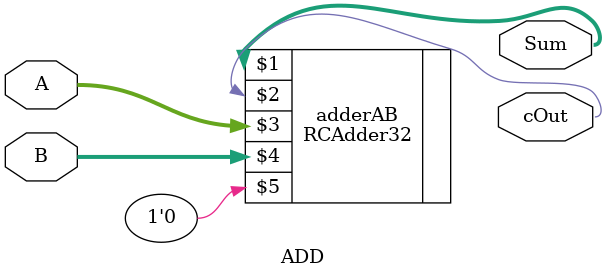
<source format=v>
module ADD(Sum, cOut, A, B);
    input [31:0] A, B;
    output [31:0] Sum;
    output cOut;

    RCAdder32 adderAB(Sum, cOut, A, B, 1'b0);
endmodule
</source>
